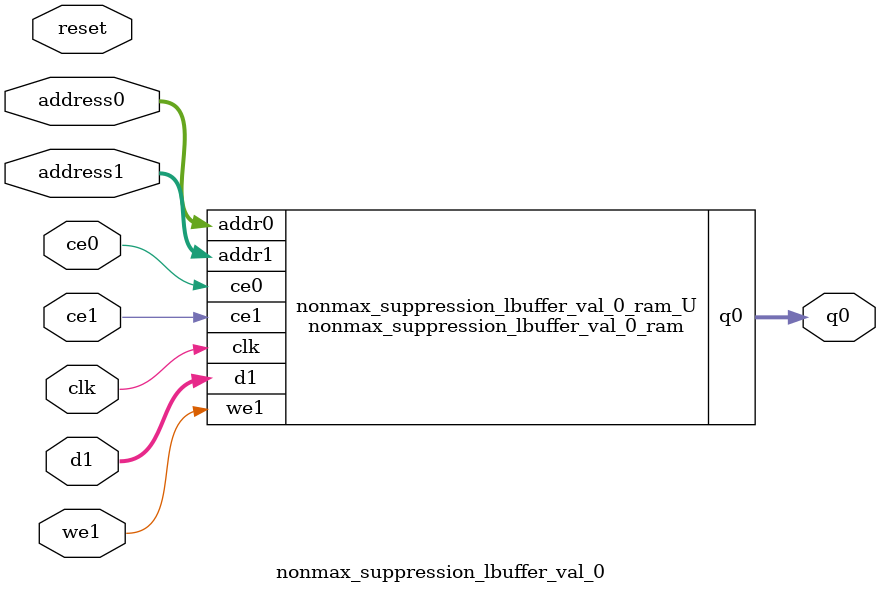
<source format=v>
`timescale 1 ns / 1 ps
module nonmax_suppression_lbuffer_val_0_ram (addr0, ce0, q0, addr1, ce1, d1, we1,  clk);

parameter DWIDTH = 16;
parameter AWIDTH = 11;
parameter MEM_SIZE = 1920;

input[AWIDTH-1:0] addr0;
input ce0;
output reg[DWIDTH-1:0] q0;
input[AWIDTH-1:0] addr1;
input ce1;
input[DWIDTH-1:0] d1;
input we1;
input clk;

(* ram_style = "block" *)reg [DWIDTH-1:0] ram[0:MEM_SIZE-1];




always @(posedge clk)  
begin 
    if (ce0) 
    begin
        q0 <= ram[addr0];
    end
end


always @(posedge clk)  
begin 
    if (ce1) 
    begin
        if (we1) 
        begin 
            ram[addr1] <= d1; 
        end 
    end
end


endmodule

`timescale 1 ns / 1 ps
module nonmax_suppression_lbuffer_val_0(
    reset,
    clk,
    address0,
    ce0,
    q0,
    address1,
    ce1,
    we1,
    d1);

parameter DataWidth = 32'd16;
parameter AddressRange = 32'd1920;
parameter AddressWidth = 32'd11;
input reset;
input clk;
input[AddressWidth - 1:0] address0;
input ce0;
output[DataWidth - 1:0] q0;
input[AddressWidth - 1:0] address1;
input ce1;
input we1;
input[DataWidth - 1:0] d1;



nonmax_suppression_lbuffer_val_0_ram nonmax_suppression_lbuffer_val_0_ram_U(
    .clk( clk ),
    .addr0( address0 ),
    .ce0( ce0 ),
    .q0( q0 ),
    .addr1( address1 ),
    .ce1( ce1 ),
    .we1( we1 ),
    .d1( d1 ));

endmodule


</source>
